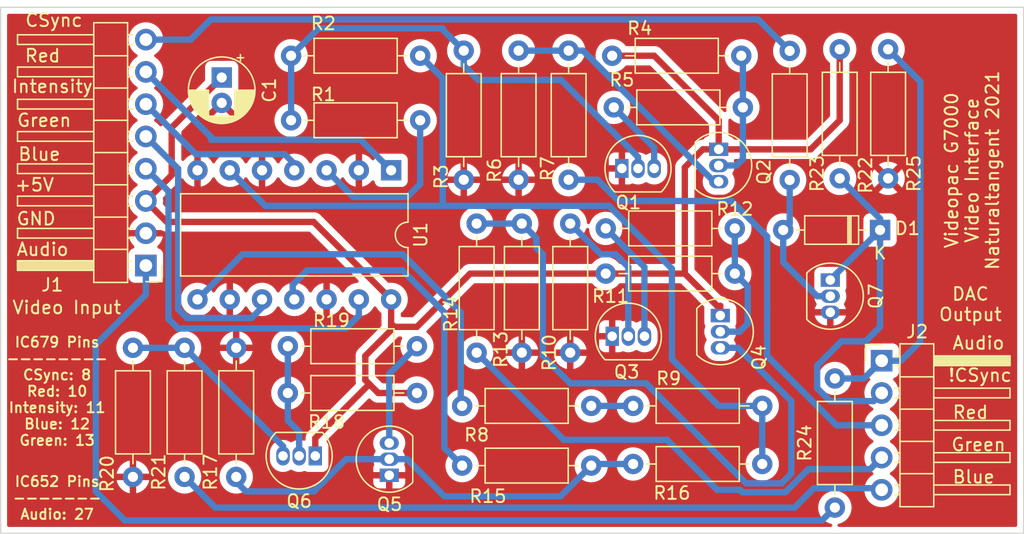
<source format=kicad_pcb>
(kicad_pcb (version 20211014) (generator pcbnew)
  (layers (0 "F.Cu" signal) (31 "B.Cu" mixed) (34 "B.Paste" user) (35 "F.Paste" user) (36 "B.SilkS" user "B.Silkscreen") (37 "F.SilkS" user "F.Silkscreen") (38 "B.Mask" user) (39 "F.Mask" user) (44 "Edge.Cuts" user))
  (net 0 "")
  (net 1 "+5V")
  (net 2 "Net-(R8-Pad1)")
  (net 3 "Net-(Q3-Pad3)")
  (net 4 "Net-(Q3-Pad2)")
  (net 5 "GND")
  (net 6 "Net-(Q4-Pad2)")
  (net 7 "Net-(Q4-Pad3)")
  (net 8 "Net-(Q5-Pad2)")
  (net 9 "GREEN VIDEO")
  (net 10 "Net-(R15-Pad1)")
  (net 11 "Net-(Q6-Pad2)")
  (net 12 "Net-(Q2-Pad3)")
  (net 13 "RED VIDEO")
  (net 14 "Net-(Q5-Pad3)")
  (net 15 "Net-(Q6-Pad3)")
  (net 16 "BLUE VIDEO")
  (net 17 "!CSYNC")
  (net 18 "Net-(R8-Pad2)")
  (net 19 "Net-(R1-Pad1)")
  (net 20 "Net-(Q1-Pad2)")
  (net 21 "Net-(Q2-Pad2)")
  (net 22 "Net-(Q1-Pad3)")
  (net 23 "CSYNC")
  (net 24 "RED")
  (net 25 "GREEN")
  (net 26 "INTENSITY")
  (net 27 "BLUE")
  (net 28 "Net-(Q7-Pad2)")
  (net 29 "DAC AUDIO")
  (net 30 "Net-(R2-Pad1)")
  (net 31 "DAC AUDIO INPUT")
  (footprint "Package_TO_SOT_THT:TO-92_Inline" (layer "F.Cu") (at 86.487 37.592 -90)
    (fp_text reference "Q4" (at 3.302 -3.048 90) (layer "F.SilkS"))
    (fp_text value "BC548")
    (pad "1" thru_hole rect locked (at 0 0 270) (size 1.05 1.5) (drill 0.75) (layers *.Cu *.Mask) (net 1 "+5V"))
    (pad "2" thru_hole oval locked (at 1.27 0 270) (size 1.05 1.5) (drill 0.75) (layers *.Cu *.Mask) (net 6 "Net-(Q4-Pad2)"))
    (pad "3" thru_hole oval locked (at 2.54 0 270) (size 1.05 1.5) (drill 0.75) (layers *.Cu *.Mask) (net 7 "Net-(Q4-Pad3)"))
  )
  (footprint "Package_TO_SOT_THT:TO-92_Inline" (layer "F.Cu") (at 78.74 26.014)
    (fp_text reference "Q1" (at 0.508 2.688) (layer "F.SilkS"))
    (fp_text value "BC558")
    (pad "1" thru_hole rect locked (at 0 0) (size 1.05 1.5) (drill 0.75) (layers *.Cu *.Mask) (net 5 "GND"))
    (pad "2" thru_hole oval locked (at 1.27 0) (size 1.05 1.5) (drill 0.75) (layers *.Cu *.Mask) (net 20 "Net-(Q1-Pad2)"))
    (pad "3" thru_hole oval locked (at 2.54 0) (size 1.05 1.5) (drill 0.75) (layers *.Cu *.Mask) (net 22 "Net-(Q1-Pad3)"))
  )
  (footprint "Resistor_THT:R_Axial_DIN0207_L6.3mm_D2.5mm_P10.16mm_Horizontal" (layer "F.Cu") (at 77.47 34.29)
    (fp_text reference "R11" (at 0.381 1.778) (layer "F.SilkS"))
    (fp_text value "6k8")
    (pad "1" thru_hole circle locked (at 0 0) (size 1.6 1.6) (drill 0.8) (layers *.Cu *.Mask) (net 1 "+5V"))
    (pad "2" thru_hole oval locked (at 10.16 0) (size 1.6 1.6) (drill 0.8) (layers *.Cu *.Mask) (net 6 "Net-(Q4-Pad2)"))
  )
  (footprint "Resistor_THT:R_Axial_DIN0207_L6.3mm_D2.5mm_P10.16mm_Horizontal" (layer "F.Cu") (at 89.789 49.276 180)
    (fp_text reference "R16" (at 7.112 -2.286) (layer "F.SilkS"))
    (fp_text value "6k8")
    (pad "1" thru_hole circle locked (at 0 0 180) (size 1.6 1.6) (drill 0.8) (layers *.Cu *.Mask) (net 30 "Net-(R2-Pad1)"))
    (pad "2" thru_hole oval locked (at 10.16 0 180) (size 1.6 1.6) (drill 0.8) (layers *.Cu *.Mask) (net 8 "Net-(Q5-Pad2)"))
  )
  (footprint "Resistor_THT:R_Axial_DIN0207_L6.3mm_D2.5mm_P10.16mm_Horizontal" (layer "F.Cu") (at 88.265 21.209 180)
    (fp_text reference "R5" (at 9.525 2.159) (layer "F.SilkS"))
    (fp_text value "1k2")
    (pad "1" thru_hole circle locked (at 0 0 180) (size 1.6 1.6) (drill 0.8) (layers *.Cu *.Mask) (net 21 "Net-(Q2-Pad2)"))
    (pad "2" thru_hole oval locked (at 10.16 0 180) (size 1.6 1.6) (drill 0.8) (layers *.Cu *.Mask) (net 22 "Net-(Q1-Pad3)"))
  )
  (footprint "Resistor_THT:R_Axial_DIN0207_L6.3mm_D2.5mm_P10.16mm_Horizontal" (layer "F.Cu") (at 74.676 30.353 -90)
    (fp_text reference "R10" (at 10.16 1.651 90) (layer "F.SilkS"))
    (fp_text value "1k")
    (pad "1" thru_hole circle locked (at 0 0 270) (size 1.6 1.6) (drill 0.8) (layers *.Cu *.Mask) (net 4 "Net-(Q3-Pad2)"))
    (pad "2" thru_hole oval locked (at 10.16 0 270) (size 1.6 1.6) (drill 0.8) (layers *.Cu *.Mask) (net 5 "GND"))
  )
  (footprint "Package_TO_SOT_THT:TO-92_Inline" (layer "F.Cu") (at 95.144 34.798 -90)
    (fp_text reference "Q7" (at 1.27 -3.56 90) (layer "F.SilkS"))
    (fp_text value "BC548")
    (pad "1" thru_hole rect locked (at 0 0 270) (size 1.05 1.5) (drill 0.75) (layers *.Cu *.Mask) (net 17 "!CSYNC"))
    (pad "2" thru_hole oval locked (at 1.27 0 270) (size 1.05 1.5) (drill 0.75) (layers *.Cu *.Mask) (net 28 "Net-(Q7-Pad2)"))
    (pad "3" thru_hole oval locked (at 2.54 0 270) (size 1.05 1.5) (drill 0.75) (layers *.Cu *.Mask) (net 5 "GND"))
  )
  (footprint "Resistor_THT:R_Axial_DIN0207_L6.3mm_D2.5mm_P10.16mm_Horizontal" (layer "F.Cu") (at 62.865 22.225 180)
    (fp_text reference "R1" (at 7.62 2.032) (layer "F.SilkS"))
    (fp_text value "3k3")
    (pad "1" thru_hole circle locked (at 0 0 180) (size 1.6 1.6) (drill 0.8) (layers *.Cu *.Mask) (net 19 "Net-(R1-Pad1)"))
    (pad "2" thru_hole oval locked (at 10.16 0 180) (size 1.6 1.6) (drill 0.8) (layers *.Cu *.Mask) (net 20 "Net-(Q1-Pad2)"))
  )
  (footprint "Connector_PinHeader_2.54mm:PinHeader_1x08_P2.54mm_Horizontal" (layer "F.Cu") (at 41.275 33.655 180)
    (fp_text reference "J1" (at 7.366 -1.524) (layer "F.SilkS"))
    (fp_text value "RGB Input")
    (pad "1" thru_hole rect locked (at 0 0 180) (size 1.7 1.7) (drill 1) (layers *.Cu *.Mask) (net 31 "DAC AUDIO INPUT"))
    (pad "2" thru_hole oval locked (at 0 2.54 180) (size 1.7 1.7) (drill 1) (layers *.Cu *.Mask) (net 5 "GND"))
    (pad "3" thru_hole oval locked (at 0 5.08 180) (size 1.7 1.7) (drill 1) (layers *.Cu *.Mask) (net 1 "+5V"))
    (pad "4" thru_hole oval locked (at 0 7.62 180) (size 1.7 1.7) (drill 1) (layers *.Cu *.Mask) (net 27 "BLUE"))
    (pad "5" thru_hole oval locked (at 0 10.16 180) (size 1.7 1.7) (drill 1) (layers *.Cu *.Mask) (net 25 "GREEN"))
    (pad "6" thru_hole oval locked (at 0 12.7 180) (size 1.7 1.7) (drill 1) (layers *.Cu *.Mask) (net 26 "INTENSITY"))
    (pad "7" thru_hole oval locked (at 0 15.24 180) (size 1.7 1.7) (drill 1) (layers *.Cu *.Mask) (net 24 "RED"))
    (pad "8" thru_hole oval locked (at 0 17.78 180) (size 1.7 1.7) (drill 1) (layers *.Cu *.Mask) (net 23 "CSYNC"))
  )
  (footprint "Package_TO_SOT_THT:TO-92_Inline" (layer "F.Cu") (at 77.978 39.222)
    (fp_text reference "Q3" (at 1.143 2.815) (layer "F.SilkS"))
    (fp_text value "BC558")
    (pad "1" thru_hole rect locked (at 0 0) (size 1.05 1.5) (drill 0.75) (layers *.Cu *.Mask) (net 5 "GND"))
    (pad "2" thru_hole oval locked (at 1.27 0) (size 1.05 1.5) (drill 0.75) (layers *.Cu *.Mask) (net 4 "Net-(Q3-Pad2)"))
    (pad "3" thru_hole oval locked (at 2.54 0) (size 1.05 1.5) (drill 0.75) (layers *.Cu *.Mask) (net 3 "Net-(Q3-Pad3)"))
  )
  (footprint "Resistor_THT:R_Axial_DIN0207_L6.3mm_D2.5mm_P10.16mm_Horizontal" (layer "F.Cu") (at 99.695 26.797 90)
    (fp_text reference "R25" (at 0.381 2.032 90) (layer "F.SilkS"))
    (fp_text value "1k2")
    (pad "1" thru_hole circle locked (at 0 0 90) (size 1.6 1.6) (drill 0.8) (layers *.Cu *.Mask) (net 5 "GND"))
    (pad "2" thru_hole oval locked (at 10.16 0 90) (size 1.6 1.6) (drill 0.8) (layers *.Cu *.Mask) (net 29 "DAC AUDIO"))
  )
  (footprint "Resistor_THT:R_Axial_DIN0207_L6.3mm_D2.5mm_P10.16mm_Horizontal" (layer "F.Cu") (at 66.167 49.403)
    (fp_text reference "R15" (at 2.032 2.413) (layer "F.SilkS"))
    (fp_text value "3k3")
    (pad "1" thru_hole circle locked (at 0 0) (size 1.6 1.6) (drill 0.8) (layers *.Cu *.Mask) (net 10 "Net-(R15-Pad1)"))
    (pad "2" thru_hole oval locked (at 10.16 0) (size 1.6 1.6) (drill 0.8) (layers *.Cu *.Mask) (net 8 "Net-(Q5-Pad2)"))
  )
  (footprint "Resistor_THT:R_Axial_DIN0207_L6.3mm_D2.5mm_P10.16mm_Horizontal" (layer "F.Cu") (at 89.789 44.704 180)
    (fp_text reference "R9" (at 7.366 2.159) (layer "F.SilkS"))
    (fp_text value "6k8")
    (pad "1" thru_hole circle locked (at 0 0 180) (size 1.6 1.6) (drill 0.8) (layers *.Cu *.Mask) (net 30 "Net-(R2-Pad1)"))
    (pad "2" thru_hole oval locked (at 10.16 0 180) (size 1.6 1.6) (drill 0.8) (layers *.Cu *.Mask) (net 18 "Net-(R8-Pad2)"))
  )
  (footprint "Resistor_THT:R_Axial_DIN0207_L6.3mm_D2.5mm_P10.16mm_Horizontal" (layer "F.Cu") (at 91.948 16.764 -90)
    (fp_text reference "R23" (at 9.652 -2.159 90) (layer "F.SilkS"))
    (fp_text value "4k7")
    (pad "1" thru_hole circle locked (at 0 0 270) (size 1.6 1.6) (drill 0.8) (layers *.Cu *.Mask) (net 23 "CSYNC"))
    (pad "2" thru_hole oval locked (at 10.16 0 270) (size 1.6 1.6) (drill 0.8) (layers *.Cu *.Mask) (net 28 "Net-(Q7-Pad2)"))
  )
  (footprint "Resistor_THT:R_Axial_DIN0207_L6.3mm_D2.5mm_P10.16mm_Horizontal" (layer "F.Cu") (at 77.978 17.145)
    (fp_text reference "R4" (at 2.159 -2.159) (layer "F.SilkS"))
    (fp_text value "6k8")
    (pad "1" thru_hole circle locked (at 0 0) (size 1.6 1.6) (drill 0.8) (layers *.Cu *.Mask) (net 1 "+5V"))
    (pad "2" thru_hole oval locked (at 10.16 0) (size 1.6 1.6) (drill 0.8) (layers *.Cu *.Mask) (net 21 "Net-(Q2-Pad2)"))
  )
  (footprint "Resistor_THT:R_Axial_DIN0207_L6.3mm_D2.5mm_P10.16mm_Horizontal" (layer "F.Cu") (at 67.31 30.353 -90)
    (fp_text reference "R14" (at 7.112 2.032 90) (layer "F.SilkS"))
    (fp_text value "75")
    (pad "1" thru_hole circle locked (at 0 0 270) (size 1.6 1.6) (drill 0.8) (layers *.Cu *.Mask) (net 7 "Net-(Q4-Pad3)"))
    (pad "2" thru_hole oval locked (at 10.16 0 270) (size 1.6 1.6) (drill 0.8) (layers *.Cu *.Mask) (net 9 "GREEN VIDEO"))
  )
  (footprint "Resistor_THT:R_Axial_DIN0207_L6.3mm_D2.5mm_P10.16mm_Horizontal" (layer "F.Cu") (at 48.387 50.292 90)
    (fp_text reference "R17" (at 0.381 -2.032 90) (layer "F.SilkS"))
    (fp_text value "1k")
    (pad "1" thru_hole circle locked (at 0 0 90) (size 1.6 1.6) (drill 0.8) (layers *.Cu *.Mask) (net 8 "Net-(Q5-Pad2)"))
    (pad "2" thru_hole oval locked (at 10.16 0 90) (size 1.6 1.6) (drill 0.8) (layers *.Cu *.Mask) (net 5 "GND"))
  )
  (footprint "Resistor_THT:R_Axial_DIN0207_L6.3mm_D2.5mm_P10.16mm_Horizontal" (layer "F.Cu") (at 52.451 40.005)
    (fp_text reference "R19" (at 3.429 -2.032) (layer "F.SilkS"))
    (fp_text value "1k2")
    (pad "1" thru_hole circle locked (at 0 0) (size 1.6 1.6) (drill 0.8) (layers *.Cu *.Mask) (net 11 "Net-(Q6-Pad2)"))
    (pad "2" thru_hole oval locked (at 10.16 0) (size 1.6 1.6) (drill 0.8) (layers *.Cu *.Mask) (net 14 "Net-(Q5-Pad3)"))
  )
  (footprint "Resistor_THT:R_Axial_DIN0207_L6.3mm_D2.5mm_P10.16mm_Horizontal" (layer "F.Cu") (at 40.259 40.132 -90)
    (fp_text reference "R20" (at 9.906 2.032 90) (layer "F.SilkS"))
    (fp_text value "1k")
    (pad "1" thru_hole circle locked (at 0 0 270) (size 1.6 1.6) (drill 0.8) (layers *.Cu *.Mask) (net 15 "Net-(Q6-Pad3)"))
    (pad "2" thru_hole oval locked (at 10.16 0 270) (size 1.6 1.6) (drill 0.8) (layers *.Cu *.Mask) (net 5 "GND"))
  )
  (footprint "Package_TO_SOT_THT:TO-92_Inline" (layer "F.Cu") (at 54.61 48.641 180)
    (fp_text reference "Q6" (at 1.27 -3.56) (layer "F.SilkS"))
    (fp_text value "BC548")
    (pad "1" thru_hole rect locked (at 0 0 180) (size 1.05 1.5) (drill 0.75) (layers *.Cu *.Mask) (net 1 "+5V"))
    (pad "2" thru_hole oval locked (at 1.27 0 180) (size 1.05 1.5) (drill 0.75) (layers *.Cu *.Mask) (net 11 "Net-(Q6-Pad2)"))
    (pad "3" thru_hole oval locked (at 2.54 0 180) (size 1.05 1.5) (drill 0.75) (layers *.Cu *.Mask) (net 15 "Net-(Q6-Pad3)"))
  )
  (footprint "Resistor_THT:R_Axial_DIN0207_L6.3mm_D2.5mm_P10.16mm_Horizontal" (layer "F.Cu") (at 95.885 26.797 90)
    (fp_text reference "R22" (at 0.254 2.032 90) (layer "F.SilkS"))
    (fp_text value "470")
    (pad "1" thru_hole circle locked (at 0 0 90) (size 1.6 1.6) (drill 0.8) (layers *.Cu *.Mask) (net 17 "!CSYNC"))
    (pad "2" thru_hole oval locked (at 10.16 0 90) (size 1.6 1.6) (drill 0.8) (layers *.Cu *.Mask) (net 1 "+5V"))
  )
  (footprint "Package_TO_SOT_THT:TO-92_Inline" (layer "F.Cu") (at 86.36 24.511 -90)
    (fp_text reference "Q2" (at 1.778 -3.556 90) (layer "F.SilkS"))
    (fp_text value "BC548")
    (pad "1" thru_hole rect locked (at 0 0 270) (size 1.05 1.5) (drill 0.75) (layers *.Cu *.Mask) (net 1 "+5V"))
    (pad "2" thru_hole oval locked (at 1.27 0 270) (size 1.05 1.5) (drill 0.75) (layers *.Cu *.Mask) (net 21 "Net-(Q2-Pad2)"))
    (pad "3" thru_hole oval locked (at 2.54 0 270) (size 1.05 1.5) (drill 0.75) (layers *.Cu *.Mask) (net 12 "Net-(Q2-Pad3)"))
  )
  (footprint "Connector_PinHeader_2.54mm:PinHeader_1x05_P2.54mm_Horizontal" (layer "F.Cu") (at 99.187 41.148)
    (fp_text reference "J2" (at 2.794 -2.286) (layer "F.SilkS"))
    (fp_text value "DAC Output")
    (pad "1" thru_hole rect locked (at 0 0) (size 1.7 1.7) (drill 1) (layers *.Cu *.Mask) (net 29 "DAC AUDIO"))
    (pad "2" thru_hole oval locked (at 0 2.54) (size 1.7 1.7) (drill 1) (layers *.Cu *.Mask) (net 17 "!CSYNC"))
    (pad "3" thru_hole oval locked (at 0 5.08) (size 1.7 1.7) (drill 1) (layers *.Cu *.Mask) (net 13 "RED VIDEO"))
    (pad "4" thru_hole oval locked (at 0 7.62) (size 1.7 1.7) (drill 1) (layers *.Cu *.Mask) (net 9 "GREEN VIDEO"))
    (pad "5" thru_hole oval locked (at 0 10.16) (size 1.7 1.7) (drill 1) (layers *.Cu *.Mask) (net 16 "BLUE VIDEO"))
  )
  (footprint "Resistor_THT:R_Axial_DIN0207_L6.3mm_D2.5mm_P10.16mm_Horizontal" (layer "F.Cu") (at 70.612 16.743 -90)
    (fp_text reference "R6" (at 9.419 1.905 90) (layer "F.SilkS"))
    (fp_text value "1k")
    (pad "1" thru_hole circle locked (at 0 0 270) (size 1.6 1.6) (drill 0.8) (layers *.Cu *.Mask) (net 12 "Net-(Q2-Pad3)"))
    (pad "2" thru_hole oval locked (at 10.16 0 270) (size 1.6 1.6) (drill 0.8) (layers *.Cu *.Mask) (net 5 "GND"))
  )
  (footprint "Resistor_THT:R_Axial_DIN0207_L6.3mm_D2.5mm_P10.16mm_Horizontal" (layer "F.Cu") (at 62.865 17.145 180)
    (fp_text reference "R2" (at 7.62 2.54) (layer "F.SilkS"))
    (fp_text value "6k8")
    (pad "1" thru_hole circle locked (at 0 0 180) (size 1.6 1.6) (drill 0.8) (layers *.Cu *.Mask) (net 30 "Net-(R2-Pad1)"))
    (pad "2" thru_hole oval locked (at 10.16 0 180) (size 1.6 1.6) (drill 0.8) (layers *.Cu *.Mask) (net 20 "Net-(Q1-Pad2)"))
  )
  (footprint "Resistor_THT:R_Axial_DIN0207_L6.3mm_D2.5mm_P10.16mm_Horizontal" (layer "F.Cu") (at 66.167 44.704)
    (fp_text reference "R8" (at 1.143 2.286) (layer "F.SilkS"))
    (fp_text value "3k3")
    (pad "1" thru_hole circle locked (at 0 0) (size 1.6 1.6) (drill 0.8) (layers *.Cu *.Mask) (net 2 "Net-(R8-Pad1)"))
    (pad "2" thru_hole oval locked (at 10.16 0) (size 1.6 1.6) (drill 0.8) (layers *.Cu *.Mask) (net 18 "Net-(R8-Pad2)"))
  )
  (footprint "Package_TO_SOT_THT:TO-92_Inline" (layer "F.Cu") (at 60.431 50.165 90)
    (fp_text reference "Q5" (at -2.286 0.021 180) (layer "F.SilkS"))
    (fp_text value "BC558")
    (pad "1" thru_hole rect locked (at 0 0 90) (size 1.05 1.5) (drill 0.75) (layers *.Cu *.Mask) (net 5 "GND"))
    (pad "2" thru_hole oval locked (at 1.27 0 90) (size 1.05 1.5) (drill 0.75) (layers *.Cu *.Mask) (net 8 "Net-(Q5-Pad2)"))
    (pad "3" thru_hole oval locked (at 2.54 0 90) (size 1.05 1.5) (drill 0.75) (layers *.Cu *.Mask) (net 14 "Net-(Q5-Pad3)"))
  )
  (footprint "Resistor_THT:R_Axial_DIN0207_L6.3mm_D2.5mm_P10.16mm_Horizontal" (layer "F.Cu") (at 70.866 30.353 -90)
    (fp_text reference "R13" (at 9.906 1.651 90) (layer "F.SilkS"))
    (fp_text value "1k")
    (pad "1" thru_hole circle locked (at 0 0 270) (size 1.6 1.6) (drill 0.8) (layers *.Cu *.Mask) (net 7 "Net-(Q4-Pad3)"))
    (pad "2" thru_hole oval locked (at 10.16 0 270) (size 1.6 1.6) (drill 0.8) (layers *.Cu *.Mask) (net 5 "GND"))
  )
  (footprint "Resistor_THT:R_Axial_DIN0207_L6.3mm_D2.5mm_P10.16mm_Horizontal" (layer "F.Cu") (at 66.294 16.743 -90)
    (fp_text reference "R3" (at 9.927 1.778 90) (layer "F.SilkS"))
    (fp_text value "1k")
    (pad "1" thru_hole circle locked (at 0 0 270) (size 1.6 1.6) (drill 0.8) (layers *.Cu *.Mask) (net 20 "Net-(Q1-Pad2)"))
    (pad "2" thru_hole oval locked (at 10.16 0 270) (size 1.6 1.6) (drill 0.8) (layers *.Cu *.Mask) (net 5 "GND"))
  )
  (footprint "Capacitor_THT:CP_Radial_D5.0mm_P2.00mm" (layer "F.Cu") (at 47.244 18.856888 -90)
    (fp_text reference "C1" (at 1 -3.75 90) (layer "F.SilkS"))
    (fp_text value "100uf")
    (pad "1" thru_hole rect locked (at 0 0 270) (size 1.6 1.6) (drill 0.8) (layers *.Cu *.Mask) (net 1 "+5V"))
    (pad "2" thru_hole circle locked (at 2 0 270) (size 1.6 1.6) (drill 0.8) (layers *.Cu *.Mask) (net 5 "GND"))
  )
  (footprint "Resistor_THT:R_Axial_DIN0207_L6.3mm_D2.5mm_P10.16mm_Horizontal" (layer "F.Cu") (at 62.611 43.688 180)
    (fp_text reference "R18" (at 7.112 -2.286) (layer "F.SilkS"))
    (fp_text value "6k8")
    (pad "1" thru_hole circle locked (at 0 0 180) (size 1.6 1.6) (drill 0.8) (layers *.Cu *.Mask) (net 1 "+5V"))
    (pad "2" thru_hole oval locked (at 10.16 0 180) (size 1.6 1.6) (drill 0.8) (layers *.Cu *.Mask) (net 11 "Net-(Q6-Pad2)"))
  )
  (footprint "Package_DIP:DIP-14_W10.16mm" (layer "F.Cu") (at 60.579 26.162 -90)
    (fp_text reference "U1" (at 5.08 -2.33 90) (layer "F.SilkS"))
    (fp_text value "74HCT32")
    (pad "1" thru_hole rect locked (at 0 0 270) (size 1.6 1.6) (drill 0.8) (layers *.Cu *.Mask) (net 24 "RED"))
    (pad "2" thru_hole oval locked (at 0 2.54 270) (size 1.6 1.6) (drill 0.8) (layers *.Cu *.Mask) (net 5 "GND"))
    (pad "3" thru_hole oval locked (at 0 5.08 270) (size 1.6 1.6) (drill 0.8) (layers *.Cu *.Mask) (net 19 "Net-(R1-Pad1)"))
    (pad "4" thru_hole oval locked (at 0 7.62 270) (size 1.6 1.6) (drill 0.8) (layers *.Cu *.Mask) (net 26 "INTENSITY"))
    (pad "5" thru_hole oval locked (at 0 10.16 270) (size 1.6 1.6) (drill 0.8) (layers *.Cu *.Mask) (net 5 "GND"))
    (pad "6" thru_hole oval locked (at 0 12.7 270) (size 1.6 1.6) (drill 0.8) (layers *.Cu *.Mask) (net 30 "Net-(R2-Pad1)"))
    (pad "7" thru_hole oval locked (at 0 15.24 270) (size 1.6 1.6) (drill 0.8) (layers *.Cu *.Mask) (net 5 "GND"))
    (pad "8" thru_hole oval locked (at 10.16 15.24 270) (size 1.6 1.6) (drill 0.8) (layers *.Cu *.Mask) (net 2 "Net-(R8-Pad1)"))
    (pad "9" thru_hole oval locked (at 10.16 12.7 270) (size 1.6 1.6) (drill 0.8) (layers *.Cu *.Mask) (net 5 "GND"))
    (pad "10" thru_hole oval locked (at 10.16 10.16 270) (size 1.6 1.6) (drill 0.8) (layers *.Cu *.Mask) (net 25 "GREEN"))
    (pad "11" thru_hole oval locked (at 10.16 7.62 270) (size 1.6 1.6) (drill 0.8) (layers *.Cu *.Mask) (net 10 "Net-(R15-Pad1)"))
    (pad "12" thru_hole oval locked (at 10.16 5.08 270) (size 1.6 1.6) (drill 0.8) (layers *.Cu *.Mask) (net 5 "GND"))
    (pad "13" thru_hole oval locked (at 10.16 2.54 270) (size 1.6 1.6) (drill 0.8) (layers *.Cu *.Mask) (net 27 "BLUE"))
    (pad "14" thru_hole oval locked (at 10.16 0 270) (size 1.6 1.6) (drill 0.8) (layers *.Cu *.Mask) (net 1 "+5V"))
  )
  (footprint "Resistor_THT:R_Axial_DIN0207_L6.3mm_D2.5mm_P10.16mm_Horizontal" (layer "F.Cu") (at 87.63 30.734 180)
    (fp_text reference "R12" (at 0 1.524) (layer "F.SilkS"))
    (fp_text value "1k2")
    (pad "1" thru_hole circle locked (at 0 0 180) (size 1.6 1.6) (drill 0.8) (layers *.Cu *.Mask) (net 6 "Net-(Q4-Pad2)"))
    (pad "2" thru_hole oval locked (at 10.16 0 180) (size 1.6 1.6) (drill 0.8) (layers *.Cu *.Mask) (net 3 "Net-(Q3-Pad3)"))
  )
  (footprint "Resistor_THT:R_Axial_DIN0207_L6.3mm_D2.5mm_P10.16mm_Horizontal" (layer "F.Cu") (at 95.504 52.705 90)
    (fp_text reference "R24" (at 5.08 -2.37 90) (layer "F.SilkS"))
    (fp_text value "3k3")
    (pad "1" thru_hole circle locked (at 0 0 90) (size 1.6 1.6) (drill 0.8) (layers *.Cu *.Mask) (net 31 "DAC AUDIO INPUT"))
    (pad "2" thru_hole oval locked (at 10.16 0 90) (size 1.6 1.6) (drill 0.8) (layers *.Cu *.Mask) (net 29 "DAC AUDIO"))
  )
  (footprint "Resistor_THT:R_Axial_DIN0207_L6.3mm_D2.5mm_P10.16mm_Horizontal" (layer "F.Cu") (at 44.323 40.132 -90)
    (fp_text reference "R21" (at 9.779 2.032 90) (layer "F.SilkS"))
    (fp_text value "75")
    (pad "1" thru_hole circle locked (at 0 0 270) (size 1.6 1.6) (drill 0.8) (layers *.Cu *.Mask) (net 15 "Net-(Q6-Pad3)"))
    (pad "2" thru_hole oval locked (at 10.16 0 270) (size 1.6 1.6) (drill 0.8) (layers *.Cu *.Mask) (net 16 "BLUE VIDEO"))
  )
  (footprint "Resistor_THT:R_Axial_DIN0207_L6.3mm_D2.5mm_P10.16mm_Horizontal" (layer "F.Cu") (at 74.549 16.743 -90)
    (fp_text reference "R7" (at 9.292 1.651 90) (layer "F.SilkS"))
    (fp_text value "75")
    (pad "1" thru_hole circle locked (at 0 0 270) (size 1.6 1.6) (drill 0.8) (layers *.Cu *.Mask) (net 12 "Net-(Q2-Pad3)"))
    (pad "2" thru_hole oval locked (at 10.16 0 270) (size 1.6 1.6) (drill 0.8) (layers *.Cu *.Mask) (net 13 "RED VIDEO"))
  )
  (footprint "Diode_THT:D_DO-35_SOD27_P7.62mm_Horizontal" (layer "F.Cu") (at 99.06 30.861 180)
    (fp_text reference "D1" (at -2.159 0.127) (layer "F.SilkS"))
    (fp_text value "1N4148")
    (fp_text user "K" (at 0 -1.8) (layer "F.SilkS"))
    (pad "1" thru_hole rect locked (at 0 0 180) (size 1.6 1.6) (drill 0.8) (layers *.Cu *.Mask) (net 17 "!CSYNC"))
    (pad "2" thru_hole oval locked (at 7.62 0 180) (size 1.6 1.6) (drill 0.8) (layers *.Cu *.Mask) (net 28 "Net-(Q7-Pad2)"))
  )
  (gr_rect (start 110.363 13.335) (end 29.845 54.737) (layer "Edge.Cuts") (width 0.1) (fill none))
  (gr_text "Blue" (at 32.893 24.892) (layer "F.SilkS") (effects (font (size 1 1))))
  (gr_text "GND" (at 32.639 29.972) (layer "F.SilkS") (effects (font (size 1 1))))
  (gr_text "Intensity" (at 33.909 19.558) (layer "F.SilkS") (effects (font (size 1 1))))
  (gr_text "Videopac G7000\nVideo Interface\nNaturaltangent 2021" (at 106.299 26.162 90) (layer "F.SilkS") (effects (font (size 1 1))))
  (gr_text "!CSync" (at 106.934 42.291) (layer "F.SilkS") (effects (font (size 1 1))))
  (gr_text "Audio" (at 33.147 32.385) (layer "F.SilkS") (effects (font (size 1 1))))
  (gr_text "Green" (at 33.274 22.225) (layer "F.SilkS") (effects (font (size 1 1))))
  (gr_text "Red" (at 106.172 45.212) (layer "F.SilkS") (effects (font (size 1 1))))
  (gr_text "DAC\nOutput" (at 106.172 36.703) (layer "F.SilkS") (effects (font (size 1 1))))
  (gr_text "Red" (at 33.147 17.145) (layer "F.SilkS") (effects (font (size 1 1))))
  (gr_text "IC679 Pins\n--------\nCSync: 8\nRed: 10\nIntensity: 11\nBlue: 12\nGreen: 13\n\n" (at 34.29 44.196) (layer "F.SilkS") (effects (font (size 0.8 0.8))))
  (gr_text "Green" (at 106.807 47.752) (layer "F.SilkS") (effects (font (size 1 1))))
  (gr_text "IC652 Pins\n-------\nAudio: 27" (at 34.29 51.943) (layer "F.SilkS") (effects (font (size 0.8 0.8))))
  (gr_text "+5V" (at 32.512 27.305) (layer "F.SilkS") (effects (font (size 1 1))))
  (gr_text "CSync" (at 34.036 14.351) (layer "F.SilkS") (effects (font (size 1 1))))
  (gr_text "Audio" (at 106.807 39.751) (layer "F.SilkS") (effects (font (size 1 1))))
  (gr_text "Blue" (at 106.426 50.292) (layer "F.SilkS") (effects (font (size 1 1))))
  (gr_text "Video Input" (at 35.052 36.957) (layer "F.SilkS") (effects (font (size 1 1))))
  (segment (start 77.47 34.29) (end 66.802 34.29) (width 0.5) (layer "F.Cu") (net 1))
  (segment (start 58.547 40.767) (end 58.547 42.672) (width 0.5) (layer "F.Cu") (net 1))
  (segment (start 66.802 34.29) (end 62.611 38.481) (width 0.5) (layer "F.Cu") (net 1))
  (segment (start 54.61 48.641) (end 54.61 47.244) (width 0.5) (layer "F.Cu") (net 1))
  (segment (start 42.926 30.226) (end 54.483 30.226) (width 0.5) (layer "F.Cu") (net 1))
  (segment (start 60.579 38.735) (end 58.547 40.767) (width 0.5) (layer "F.Cu") (net 1))
  (segment (start 54.483 30.226) (end 60.579 36.322) (width 0.5) (layer "F.Cu") (net 1))
  (segment (start 62.611 38.481) (end 60.833 38.481) (width 0.5) (layer "F.Cu") (net 1))
  (segment (start 60.833 38.481) (end 60.579 38.227) (width 0.5) (layer "F.Cu") (net 1))
  (segment (start 41.275 28.575) (end 42.926 30.226) (width 0.5) (layer "F.Cu") (net 1))
  (segment (start 86.233 36.83) (end 86.487 36.83) (width 0.5) (layer "F.Cu") (net 1))
  (segment (start 77.978 17.145) (end 81.28 17.145) (width 0.5) (layer "F.Cu") (net 1))
  (segment (start 43.307 26.543) (end 43.307 22.793888) (width 0.5) (layer "F.Cu") (net 1))
  (segment (start 41.275 28.575) (end 43.307 26.543) (width 0.5) (layer "F.Cu") (net 1))
  (segment (start 77.47 34.29) (end 83.693 34.29) (width 0.5) (layer "F.Cu") (net 1))
  (segment (start 83.693 34.29) (end 86.233 36.83) (width 0.5) (layer "F.Cu") (net 1))
  (segment (start 85.11 24.511) (end 86.36 24.511) (width 0.5) (layer "F.Cu") (net 1))
  (segment (start 83.693 25.928) (end 85.11 24.511) (width 0.5) (layer "F.Cu") (net 1))
  (segment (start 83.693 34.29) (end 83.693 25.928) (width 0.5) (layer "F.Cu") (net 1))
  (segment (start 59.563 43.688) (end 62.611 43.688) (width 0.5) (layer "F.Cu") (net 1))
  (segment (start 47.244 18.856888) (end 43.307 22.793888) (width 0.5) (layer "F.Cu") (net 1))
  (segment (start 60.579 38.227) (end 60.579 38.735) (width 0.5) (layer "F.Cu") (net 1))
  (segment (start 95.885 16.637) (end 95.885 22.225) (width 0.5) (layer "F.Cu") (net 1))
  (segment (start 86.36 22.225) (end 86.36 24.511) (width 0.5) (layer "F.Cu") (net 1))
  (segment (start 81.28 17.145) (end 86.36 22.225) (width 0.5) (layer "F.Cu") (net 1))
  (segment (start 58.8645 42.9895) (end 59.563 43.688) (width 0.5) (layer "F.Cu") (net 1))
  (segment (start 54.61 47.244) (end 58.8645 42.9895) (width 0.5) (layer "F.Cu") (net 1))
  (segment (start 95.885 22.225) (end 93.599 24.511) (width 0.5) (layer "F.Cu") (net 1))
  (segment (start 60.579 36.322) (end 60.579 38.227) (width 0.5) (layer "F.Cu") (net 1))
  (segment (start 58.547 42.672) (end 58.8645 42.9895) (width 0.5) (layer "F.Cu") (net 1))
  (segment (start 86.487 36.83) (end 86.487 37.592) (width 0.5) (layer "F.Cu") (net 1))
  (segment (start 93.599 24.511) (end 86.36 24.511) (width 0.5) (layer "F.Cu") (net 1))
  (segment (start 66.167 44.704) (end 66.060489 44.597489) (width 0.5) (layer "B.Cu") (net 2))
  (segment (start 61.468 32.766) (end 48.895 32.766) (width 0.5) (layer "B.Cu") (net 2))
  (segment (start 48.895 32.766) (end 45.339 36.322) (width 0.5) (layer "B.Cu") (net 2))
  (segment (start 66.060489 44.597489) (end 66.060489 37.358489) (width 0.5) (layer "B.Cu") (net 2))
  (segment (start 66.060489 37.358489) (end 61.468 32.766) (width 0.5) (layer "B.Cu") (net 2))
  (segment (start 77.47 30.734) (end 80.518 33.782) (width 0.5) (layer "B.Cu") (net 3))
  (segment (start 80.518 33.782) (end 80.518 39.222) (width 0.5) (layer "B.Cu") (net 3))
  (segment (start 79.248 33.782) (end 79.248 39.222) (width 0.5) (layer "B.Cu") (net 4))
  (segment (start 74.676 30.353) (end 77.089 32.766) (width 0.5) (layer "B.Cu") (net 4))
  (segment (start 78.232 32.766) (end 79.248 33.782) (width 0.5) (layer "B.Cu") (net 4))
  (segment (start 77.089 32.766) (end 78.232 32.766) (width 0.5) (layer "B.Cu") (net 4))
  (segment (start 60.431 50.313) (end 60.431 50.165) (width 0.5) (layer "F.Cu") (net 5))
  (segment (start 88.646 35.306) (end 87.63 34.29) (width 0.5) (layer "B.Cu") (net 6))
  (segment (start 88.646 38.227) (end 88.646 35.306) (width 0.5) (layer "B.Cu") (net 6))
  (segment (start 86.487 38.862) (end 88.011 38.862) (width 0.5) (layer "B.Cu") (net 6))
  (segment (start 88.011 38.862) (end 88.646 38.227) (width 0.5) (layer "B.Cu") (net 6))
  (segment (start 87.63 30.734) (end 87.63 34.29) (width 0.5) (layer "B.Cu") (net 6))
  (segment (start 80.645 42.926) (end 88.519 50.8) (width 0.5) (layer "B.Cu") (net 7))
  (segment (start 72.517 40.767) (end 74.676 42.926) (width 0.5) (layer "B.Cu") (net 7))
  (segment (start 87.884 40.132) (end 86.487 40.132) (width 0.5) (layer "B.Cu") (net 7))
  (segment (start 74.676 42.926) (end 80.645 42.926) (width 0.5) (layer "B.Cu") (net 7))
  (segment (start 91.313 50.8) (end 92.075 50.038) (width 0.5) (layer "B.Cu") (net 7))
  (segment (start 70.866 30.353) (end 72.009 31.496) (width 0.5) (layer "B.Cu") (net 7))
  (segment (start 70.866 30.353) (end 67.31 30.353) (width 0.5) (layer "B.Cu") (net 7))
  (segment (start 72.009 31.496) (end 72.009 32.258) (width 0.5) (layer "B.Cu") (net 7))
  (segment (start 88.519 50.8) (end 91.313 50.8) (width 0.5) (layer "B.Cu") (net 7))
  (segment (start 92.075 44.323) (end 87.884 40.132) (width 0.5) (layer "B.Cu") (net 7))
  (segment (start 72.517 32.766) (end 72.517 40.767) (width 0.5) (layer "B.Cu") (net 7))
  (segment (start 92.075 50.038) (end 92.075 44.323) (width 0.5) (layer "B.Cu") (net 7))
  (segment (start 72.009 32.258) (end 72.517 32.766) (width 0.5) (layer "B.Cu") (net 7))
  (segment (start 54.498022 51.435) (end 49.149 51.435) (width 0.5) (layer "B.Cu") (net 8))
  (segment (start 60.431 48.895) (end 57.038022 48.895) (width 0.5) (layer "B.Cu") (net 8))
  (segment (start 61.849 48.895) (end 60.431 48.895) (width 0.5) (layer "B.Cu") (net 8))
  (segment (start 57.038022 48.895) (end 54.498022 51.435) (width 0.5) (layer "B.Cu") (net 8))
  (segment (start 73.914 51.816) (end 64.77 51.816) (width 0.5) (layer "B.Cu") (net 8))
  (segment (start 76.327 49.403) (end 73.914 51.816) (width 0.5) (layer "B.Cu") (net 8))
  (segment (start 76.454 49.276) (end 76.327 49.403) (width 0.5) (layer "B.Cu") (net 8))
  (segment (start 79.629 49.276) (end 76.454 49.276) (width 0.5) (layer "B.Cu") (net 8))
  (segment (start 64.77 51.816) (end 61.849 48.895) (width 0.5) (layer "B.Cu") (net 8))
  (segment (start 49.149 51.435) (end 48.387 50.673) (width 0.5) (layer "B.Cu") (net 8))
  (segment (start 48.387 50.673) (end 48.387 50.292) (width 0.5) (layer "B.Cu") (net 8))
  (segment (start 74.168 47.371) (end 82.296 47.371) (width 0.5) (layer "B.Cu") (net 9))
  (segment (start 98.278 49.677) (end 99.187 48.768) (width 0.5) (layer "B.Cu") (net 9))
  (segment (start 88.22925 51.49952) (end 91.60275 51.49952) (width 0.5) (layer "B.Cu") (net 9))
  (segment (start 91.60275 51.49952) (end 93.42527 49.677) (width 0.5) (layer "B.Cu") (net 9))
  (segment (start 86.233 51.308) (end 88.03773 51.308) (width 0.5) (layer "B.Cu") (net 9))
  (segment (start 67.31 40.513) (end 74.168 47.371) (width 0.5) (layer "B.Cu") (net 9))
  (segment (start 93.42527 49.677) (end 98.278 49.677) (width 0.5) (layer "B.Cu") (net 9))
  (segment (start 88.03773 51.308) (end 88.22925 51.49952) (width 0.5) (layer "B.Cu") (net 9))
  (segment (start 82.296 47.371) (end 86.233 51.308) (width 0.5) (layer "B.Cu") (net 9))
  (segment (start 52.832 35.179) (end 52.832 36.195) (width 0.5) (layer "B.Cu") (net 10))
  (segment (start 61.468 34.036) (end 53.975 34.036) (width 0.5) (layer "B.Cu") (net 10))
  (segment (start 53.975 34.036) (end 52.832 35.179) (width 0.5) (layer "B.Cu") (net 10))
  (segment (start 64.77 37.338) (end 61.468 34.036) (width 0.5) (layer "B.Cu") (net 10))
  (segment (start 64.77 48.006) (end 64.77 37.338) (width 0.5) (layer "B.Cu") (net 10))
  (segment (start 66.167 49.403) (end 64.77 48.006) (width 0.5) (layer "B.Cu") (net 10))
  (segment (start 52.832 36.195) (end 52.959 36.322) (width 0.5) (layer "B.Cu") (net 10))
  (segment (start 53.34 46.736) (end 53.34 48.641) (width 0.5) (layer "B.Cu") (net 11))
  (segment (start 52.451 45.847) (end 53.34 46.736) (width 0.5) (layer "B.Cu") (net 11))
  (segment (start 52.451 40.005) (end 52.451 43.688) (width 0.5) (layer "B.Cu") (net 11))
  (segment (start 52.451 43.688) (end 52.451 45.847) (width 0.5) (layer "B.Cu") (net 11))
  (segment (start 85.98837 27.051) (end 86.36 27.051) (width 0.5) (layer "B.Cu") (net 12))
  (segment (start 74.549 16.743) (end 75.68037 16.743) (width 0.5) (layer "B.Cu") (net 12))
  (segment (start 70.612 16.743) (end 74.549 16.743) (width 0.5) (layer "B.Cu") (net 12))
  (segment (start 75.68037 16.743) (end 85.98837 27.051) (width 0.5) (layer "B.Cu") (net 12))
  (segment (start 74.549 26.903) (end 76.814 26.903) (width 0.5) (layer "B.Cu") (net 13))
  (segment (start 87.376 28.575) (end 90.17 31.369) (width 0.5) (layer "B.Cu") (net 13))
  (segment (start 90.17 36.957) (end 90.17 40.767) (width 0.5) (layer "B.Cu") (net 13))
  (segment (start 90.17 40.767) (end 95.631 46.228) (width 0.5) (layer "B.Cu") (net 13))
  (segment (start 76.814 26.903) (end 78.486 28.575) (width 0.5) (layer "B.Cu") (net 13))
  (segment (start 78.486 28.575) (end 87.376 28.575) (width 0.5) (layer "B.Cu") (net 13))
  (segment (start 95.631 46.228) (end 99.187 46.228) (width 0.5) (layer "B.Cu") (net 13))
  (segment (start 90.17 31.369) (end 90.17 37.211) (width 0.5) (layer "B.Cu") (net 13))
  (segment (start 60.431 42.185) (end 60.431 47.625) (width 0.5) (layer "B.Cu") (net 14))
  (segment (start 62.611 40.005) (end 60.431 42.185) (width 0.5) (layer "B.Cu") (net 14))
  (segment (start 44.323 40.132) (end 52.07 47.879) (width 0.5) (layer "B.Cu") (net 15))
  (segment (start 44.323 40.132) (end 40.259 40.132) (width 0.5) (layer "B.Cu") (net 15))
  (segment (start 52.07 47.879) (end 52.07 48.641) (width 0.5) (layer "B.Cu") (net 15))
  (segment (start 93.853 51.181) (end 99.06 51.181) (width 0.5) (layer "B.Cu") (net 16))
  (segment (start 92.329 52.705) (end 93.853 51.181) (width 0.5) (layer "B.Cu") (net 16))
  (segment (start 99.06 51.181) (end 99.187 51.308) (width 0.5) (layer "B.Cu") (net 16))
  (segment (start 46.736 52.705) (end 92.329 52.705) (width 0.5) (layer "B.Cu") (net 16))
  (segment (start 44.323 50.292) (end 46.736 52.705) (width 0.5) (layer "B.Cu") (net 16))
  (segment (start 95.144 34.777) (end 99.06 30.861) (width 0.5) (layer "B.Cu") (net 17))
  (segment (start 94.107 43.307) (end 95.123 44.323) (width 0.5) (layer "B.Cu") (net 17))
  (segment (start 99.06 30.861) (end 99.06 38.481) (width 0.5) (layer "B.Cu") (net 17))
  (segment (start 97.917 39.624) (end 96.012 39.624) (width 0.5) (layer "B.Cu") (net 17))
  (segment (start 98.552 44.323) (end 99.187 43.688) (width 0.5) (layer "B.Cu") (net 17))
  (segment (start 96.012 39.624) (end 94.107 41.529) (width 0.5) (layer "B.Cu") (net 17))
  (segment (start 94.107 41.529) (end 94.107 43.307) (width 0.5) (layer "B.Cu") (net 17))
  (segment (start 95.123 44.323) (end 98.552 44.323) (width 0.5) (layer "B.Cu") (net 17))
  (segment (start 95.885 26.797) (end 99.06 29.972) (width 0.5) (layer "B.Cu") (net 17))
  (segment (start 99.06 38.481) (end 97.917 39.624) (width 0.5) (layer "B.Cu") (net 17))
  (segment (start 99.06 29.972) (end 99.06 30.861) (width 0.5) (layer "B.Cu") (net 17))
  (segment (start 95.144 34.798) (end 95.144 34.777) (width 0.5) (layer "B.Cu") (net 17))
  (segment (start 79.629 44.704) (end 76.327 44.704) (width 0.5) (layer "B.Cu") (net 18))
  (segment (start 61.849 28.25648) (end 57.59348 28.25648) (width 0.5) (layer "B.Cu") (net 19))
  (segment (start 62.865 27.24048) (end 61.849 28.25648) (width 0.5) (layer "B.Cu") (net 19))
  (segment (start 62.865 22.225) (end 62.865 27.24048) (width 0.5) (layer "B.Cu") (net 19))
  (segment (start 57.59348 28.25648) (end 55.499 26.162) (width 0.5) (layer "B.Cu") (net 19))
  (segment (start 66.294 17.907) (end 66.294 16.743) (width 0.5) (layer "B.Cu") (net 20))
  (segment (start 64.643 14.986) (end 54.864 14.986) (width 0.5) (layer "B.Cu") (net 20))
  (segment (start 80.01 26.014) (end 80.01 25.109978) (width 0.5) (layer "B.Cu") (net 20))
  (segment (start 66.294 16.743) (end 64.643 15.092) (width 0.5) (layer "B.Cu") (net 20))
  (segment (start 80.01 25.109978) (end 73.950022 19.05) (width 0.5) (layer "B.Cu") (net 20))
  (segment (start 73.950022 19.05) (end 67.437 19.05) (width 0.5) (layer "B.Cu") (net 20))
  (segment (start 64.643 15.092) (end 64.643 14.986) (width 0.5) (layer "B.Cu") (net 20))
  (segment (start 67.437 19.05) (end 66.294 17.907) (width 0.5) (layer "B.Cu") (net 20))
  (segment (start 52.705 22.225) (end 52.705 17.145) (width 0.5) (layer "B.Cu") (net 20))
  (segment (start 54.864 14.986) (end 52.705 17.145) (width 0.5) (layer "B.Cu") (net 20))
  (segment (start 88.265 17.272) (end 88.138 17.145) (width 0.5) (layer "B.Cu") (net 21))
  (segment (start 88.265 25.273) (end 88.265 21.209) (width 0.5) (layer "B.Cu") (net 21))
  (segment (start 87.757 25.781) (end 88.265 25.273) (width 0.5) (layer "B.Cu") (net 21))
  (segment (start 88.265 21.209) (end 88.265 17.272) (width 0.5) (layer "B.Cu") (net 21))
  (segment (start 86.36 25.781) (end 87.757 25.781) (width 0.5) (layer "B.Cu") (net 21))
  (segment (start 81.28 24.384) (end 78.105 21.209) (width 0.5) (layer "B.Cu") (net 22))
  (segment (start 81.28 26.014) (end 81.28 24.384) (width 0.5) (layer "B.Cu") (net 22))
  (segment (start 91.948 16.764) (end 89.47048 14.28648) (width 0.5) (layer "B.Cu") (net 23))
  (segment (start 89.47048 14.28648) (end 46.38952 14.28648) (width 0.5) (layer "B.Cu") (net 23))
  (segment (start 44.801 15.875) (end 46.38952 14.28648) (width 0.5) (layer "B.Cu") (net 23))
  (segment (start 41.275 15.875) (end 44.801 15.875) (width 0.5) (layer "B.Cu") (net 23))
  (segment (start 58.166 23.749) (end 60.579 26.162) (width 0.5) (layer "B.Cu") (net 24))
  (segment (start 46.422 23.749) (end 58.166 23.749) (width 0.5) (layer "B.Cu") (net 24))
  (segment (start 41.275 18.415) (end 46.422 23.562) (width 0.5) (layer "B.Cu") (net 24))
  (segment (start 46.422 23.562) (end 46.422 23.749) (width 0.5) (layer "B.Cu") (net 24))
  (segment (start 50.419 36.957) (end 50.419 36.322) (width 0.5) (layer "B.Cu") (net 25))
  (segment (start 41.275 23.495) (end 43.815 26.035) (width 0.5) (layer "B.Cu") (net 25))
  (segment (start 44.51248 37.78148) (end 49.59452 37.78148) (width 0.5) (layer "B.Cu") (net 25))
  (segment (start 43.815 37.084) (end 44.51248 37.78148) (width 0.5) (layer "B.Cu") (net 25))
  (segment (start 49.59452 37.78148) (end 50.419 36.957) (width 0.5) (layer "B.Cu") (net 25))
  (segment (start 43.815 26.035) (end 43.815 37.084) (width 0.5) (layer "B.Cu") (net 25))
  (segment (start 52.959 25.654) (end 52.959 26.162) (width 0.5) (layer "B.Cu") (net 26))
  (segment (start 41.275 20.955) (end 45.212 24.892) (width 0.5) (layer "B.Cu") (net 26))
  (segment (start 52.197 24.892) (end 52.959 25.654) (width 0.5) (layer "B.Cu") (net 26))
  (segment (start 45.212 24.892) (end 52.197 24.892) (width 0.5) (layer "B.Cu") (net 26))
  (segment (start 43.053 37.846) (end 43.815 38.608) (width 0.5) (layer "B.Cu") (net 27))
  (segment (start 43.053 27.813) (end 43.053 37.846) (width 0.5) (layer "B.Cu") (net 27))
  (segment (start 58.039 37.592) (end 58.039 36.322) (width 0.5) (layer "B.Cu") (net 27))
  (segment (start 41.275 26.035) (end 43.053 27.813) (width 0.5) (layer "B.Cu") (net 27))
  (segment (start 57.023 38.608) (end 58.039 37.592) (width 0.5) (layer "B.Cu") (net 27))
  (segment (start 43.815 38.608) (end 57.023 38.608) (width 0.5) (layer "B.Cu") (net 27))
  (segment (start 91.44 33.401) (end 94.107 36.068) (width 0.5) (layer "B.Cu") (net 28))
  (segment (start 91.948 30.353) (end 91.44 30.861) (width 0.5) (layer "B.Cu") (net 28))
  (segment (start 91.948 26.924) (end 91.948 30.353) (width 0.5) (layer "B.Cu") (net 28))
  (segment (start 94.107 36.068) (end 95.144 36.068) (width 0.5) (layer "B.Cu") (net 28))
  (segment (start 91.44 30.861) (end 91.44 33.401) (width 0.5) (layer "B.Cu") (net 28))
  (segment (start 99.695 16.637) (end 102.235 19.177) (width 0.5) (layer "B.Cu") (net 29))
  (segment (start 102.235 19.177) (end 102.235 39.624) (width 0.5) (layer "B.Cu") (net 29))
  (segment (start 102.235 39.624) (end 100.711 41.148) (width 0.5) (layer "B.Cu") (net 29))
  (segment (start 95.504 42.545) (end 97.79 42.545) (width 0.5) (layer "B.Cu") (net 29))
  (segment (start 100.711 41.148) (end 99.187 41.148) (width 0.5) (layer "B.Cu") (net 29))
  (segment (start 97.79 42.545) (end 99.187 41.148) (width 0.5) (layer "B.Cu") (net 29))
  (segment (start 62.865 17.145) (end 64.643 18.923) (width 0.5) (layer "B.Cu") (net 30))
  (segment (start 89.789 44.704) (end 89.789 49.276) (width 0.5) (layer "B.Cu") (net 30))
  (segment (start 86.36 44.704) (end 89.789 44.704) (width 0.5) (layer "B.Cu") (net 30))
  (segment (start 50.673 28.956) (end 64.516 28.956) (width 0.5) (layer "B.Cu") (net 30))
  (segment (start 64.643 18.923) (end 64.643 28.829) (width 0.5) (layer "B.Cu") (net 30))
  (segment (start 82.677 41.021) (end 86.36 44.704) (width 0.5) (layer "B.Cu") (net 30))
  (segment (start 64.643 28.829) (end 64.516 28.956) (width 0.5) (layer "B.Cu") (net 30))
  (segment (start 82.677 33.909) (end 82.677 41.021) (width 0.5) (layer "B.Cu") (net 30))
  (segment (start 77.724 28.956) (end 82.677 33.909) (width 0.5) (layer "B.Cu") (net 30))
  (segment (start 47.879 26.162) (end 50.673 28.956) (width 0.5) (layer "B.Cu") (net 30))
  (segment (start 64.516 28.956) (end 77.724 28.956) (width 0.5) (layer "B.Cu") (net 30))
  (segment (start 94.488 53.721) (end 95.504 52.705) (width 0.5) (layer "B.Cu") (net 31))
  (segment (start 37.338 51.435) (end 39.624 53.721) (width 0.5) (layer "B.Cu") (net 31))
  (segment (start 37.338 39.878) (end 37.338 51.435) (width 0.5) (layer "B.Cu") (net 31))
  (segment (start 41.275 33.655) (end 41.275 35.941) (width 0.5) (layer "B.Cu") (net 31))
  (segment (start 41.275 35.941) (end 37.338 39.878) (width 0.5) (layer "B.Cu") (net 31))
  (segment (start 39.624 53.721) (end 94.488 53.721) (width 0.5) (layer "B.Cu") (net 31))
  (zone (net 5) (net_name "GND") (layer "F.Cu") (connect_pads (clearance 0.508)) (min_thickness 0.254) (fill yes (thermal_gap 0.508) (thermal_bridge_width 0.508))
    (polygon (pts (xy 110.236 54.737) (xy 30.099 54.737) (xy 30.099 13.462) (xy 110.236 13.462)))
  )
)
</source>
